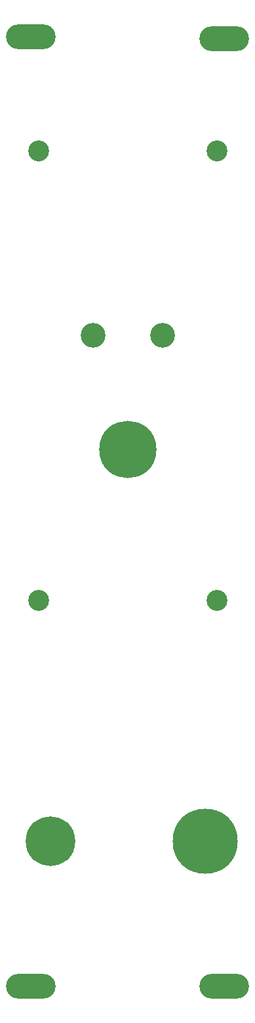
<source format=gbr>
%TF.GenerationSoftware,KiCad,Pcbnew,8.0.7*%
%TF.CreationDate,2025-02-20T16:23:03+00:00*%
%TF.ProjectId,RPi-MiniDexed-EuroRack-Panel,5250692d-4d69-46e6-9944-657865642d45,rev?*%
%TF.SameCoordinates,Original*%
%TF.FileFunction,Soldermask,Top*%
%TF.FilePolarity,Negative*%
%FSLAX46Y46*%
G04 Gerber Fmt 4.6, Leading zero omitted, Abs format (unit mm)*
G04 Created by KiCad (PCBNEW 8.0.7) date 2025-02-20 16:23:03*
%MOMM*%
%LPD*%
G01*
G04 APERTURE LIST*
%ADD10C,2.700000*%
%ADD11C,3.200000*%
%ADD12O,6.400000X3.200000*%
%ADD13C,8.400000*%
%ADD14C,6.400000*%
%ADD15C,7.400000*%
G04 APERTURE END LIST*
D10*
%TO.C,MK1*%
X58500000Y-53500000D03*
%TD*%
%TO.C,MK3*%
X58500000Y-111500000D03*
%TD*%
D11*
%TO.C,REF\u002A\u002A*%
X65500000Y-77250000D03*
%TD*%
D12*
%TO.C,REF\u002A\u002A*%
X82500000Y-39000000D03*
%TD*%
%TO.C,REF\u002A\u002A*%
X57500000Y-161250000D03*
%TD*%
D13*
%TO.C,REF\u002A\u002A*%
X80000000Y-142500000D03*
%TD*%
D10*
%TO.C,MK4*%
X81500000Y-111500000D03*
%TD*%
D12*
%TO.C,REF\u002A\u002A*%
X82500000Y-161250000D03*
%TD*%
%TO.C,REF\u002A\u002A*%
X57500000Y-38750000D03*
%TD*%
D14*
%TO.C,REF\u002A\u002A*%
X60000000Y-142500000D03*
%TD*%
D11*
%TO.C,REF\u002A\u002A*%
X74500000Y-77250000D03*
%TD*%
D10*
%TO.C,MK2*%
X81500000Y-53500000D03*
%TD*%
D15*
%TO.C,REF\u002A\u002A*%
X70040000Y-92000000D03*
%TD*%
M02*

</source>
